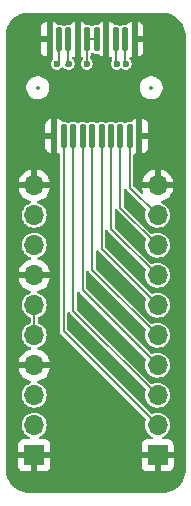
<source format=gtl>
%TF.GenerationSoftware,KiCad,Pcbnew,8.0.1*%
%TF.CreationDate,2024-05-08T00:25:35+01:00*%
%TF.ProjectId,hexpansion-breadboard-adapter,68657870-616e-4736-996f-6e2d62726561,rev?*%
%TF.SameCoordinates,Original*%
%TF.FileFunction,Copper,L1,Top*%
%TF.FilePolarity,Positive*%
%FSLAX46Y46*%
G04 Gerber Fmt 4.6, Leading zero omitted, Abs format (unit mm)*
G04 Created by KiCad (PCBNEW 8.0.1) date 2024-05-08 00:25:35*
%MOMM*%
%LPD*%
G01*
G04 APERTURE LIST*
G04 Aperture macros list*
%AMRoundRect*
0 Rectangle with rounded corners*
0 $1 Rounding radius*
0 $2 $3 $4 $5 $6 $7 $8 $9 X,Y pos of 4 corners*
0 Add a 4 corners polygon primitive as box body*
4,1,4,$2,$3,$4,$5,$6,$7,$8,$9,$2,$3,0*
0 Add four circle primitives for the rounded corners*
1,1,$1+$1,$2,$3*
1,1,$1+$1,$4,$5*
1,1,$1+$1,$6,$7*
1,1,$1+$1,$8,$9*
0 Add four rect primitives between the rounded corners*
20,1,$1+$1,$2,$3,$4,$5,0*
20,1,$1+$1,$4,$5,$6,$7,0*
20,1,$1+$1,$6,$7,$8,$9,0*
20,1,$1+$1,$8,$9,$2,$3,0*%
G04 Aperture macros list end*
%TA.AperFunction,SMDPad,CuDef*%
%ADD10RoundRect,0.125000X0.125000X-0.875000X0.125000X0.875000X-0.125000X0.875000X-0.125000X-0.875000X0*%
%TD*%
%TA.AperFunction,ComponentPad*%
%ADD11R,1.700000X1.700000*%
%TD*%
%TA.AperFunction,ComponentPad*%
%ADD12O,1.700000X1.700000*%
%TD*%
%TA.AperFunction,ViaPad*%
%ADD13C,0.600000*%
%TD*%
%TA.AperFunction,Conductor*%
%ADD14C,0.200000*%
%TD*%
%ADD15C,0.300000*%
%ADD16C,0.350000*%
G04 APERTURE END LIST*
D10*
%TO.P,J1,1,Pin_1*%
%TO.N,/GND*%
X77770950Y-61250000D03*
%TO.P,J1,2,Pin_2*%
%TO.N,/ALS1*%
X78570950Y-61250000D03*
%TO.P,J1,3,Pin_3*%
%TO.N,/ALS2*%
X79370950Y-61250000D03*
%TO.P,J1,4,Pin_4*%
%TO.N,/SDA_A*%
X80170950Y-61250000D03*
%TO.P,J1,5,Pin_5*%
%TO.N,/SCL_A*%
X80970950Y-61250000D03*
%TO.P,J1,6,Pin_6*%
%TO.N,/A_NDET*%
X81770950Y-61250000D03*
%TO.P,J1,7,Pin_7*%
%TO.N,/ALS3*%
X82570950Y-61250000D03*
%TO.P,J1,8,Pin_8*%
%TO.N,/ALS4*%
X83370950Y-61250000D03*
%TO.P,J1,9,Pin_9*%
%TO.N,/ALS5*%
X84170950Y-61250000D03*
%TO.P,J1,10,Pin_10*%
%TO.N,/GND*%
X84970950Y-61250000D03*
%TO.P,J1,11,Pin_11*%
X84570950Y-53050000D03*
%TO.P,J1,12,Pin_12*%
%TO.N,/AH1*%
X83770950Y-53050000D03*
%TO.P,J1,13,Pin_13*%
%TO.N,/AH2*%
X82970950Y-53050000D03*
%TO.P,J1,14,Pin_14*%
%TO.N,/GND*%
X82170950Y-53050000D03*
%TO.P,J1,15,Pin_15*%
%TO.N,/PORTA_3V3*%
X81370950Y-53050000D03*
%TO.P,J1,16,Pin_16*%
X80570950Y-53050000D03*
%TO.P,J1,17,Pin_17*%
%TO.N,/GND*%
X79770950Y-53050000D03*
%TO.P,J1,18,Pin_18*%
%TO.N,/AH3*%
X78970950Y-53050000D03*
%TO.P,J1,19,Pin_19*%
%TO.N,/AH4*%
X78170950Y-53050000D03*
%TO.P,J1,20,Pin_20*%
%TO.N,/GND*%
X77370950Y-53050000D03*
%TD*%
D11*
%TO.P,J3,1,Pin_1*%
%TO.N,/GND*%
X76072997Y-88264999D03*
D12*
%TO.P,J3,2,Pin_2*%
%TO.N,/AH1*%
X76072997Y-85724999D03*
%TO.P,J3,3,Pin_3*%
%TO.N,/AH2*%
X76072997Y-83184999D03*
%TO.P,J3,4,Pin_4*%
%TO.N,/GND*%
X76072997Y-80644999D03*
%TO.P,J3,5,Pin_5*%
%TO.N,/PORTA_3V3*%
X76072997Y-78104999D03*
%TO.P,J3,6,Pin_6*%
X76072997Y-75564999D03*
%TO.P,J3,7,Pin_7*%
%TO.N,/GND*%
X76072997Y-73024999D03*
%TO.P,J3,8,Pin_8*%
%TO.N,/AH3*%
X76072997Y-70484999D03*
%TO.P,J3,9,Pin_9*%
%TO.N,/AH4*%
X76072997Y-67944999D03*
%TO.P,J3,10,Pin_10*%
%TO.N,/GND*%
X76072997Y-65404999D03*
%TD*%
D11*
%TO.P,J2,1,Pin_1*%
%TO.N,/GND*%
X86514997Y-88265001D03*
D12*
%TO.P,J2,2,Pin_2*%
%TO.N,/ALS1*%
X86514997Y-85725001D03*
%TO.P,J2,3,Pin_3*%
%TO.N,/ALS2*%
X86514997Y-83185001D03*
%TO.P,J2,4,Pin_4*%
%TO.N,/SDA_A*%
X86514997Y-80645001D03*
%TO.P,J2,5,Pin_5*%
%TO.N,/SCL_A*%
X86514997Y-78105001D03*
%TO.P,J2,6,Pin_6*%
%TO.N,/A_NDET*%
X86514997Y-75565001D03*
%TO.P,J2,7,Pin_7*%
%TO.N,/ALS3*%
X86514997Y-73025001D03*
%TO.P,J2,8,Pin_8*%
%TO.N,/ALS4*%
X86514997Y-70485001D03*
%TO.P,J2,9,Pin_9*%
%TO.N,/ALS5*%
X86514997Y-67945001D03*
%TO.P,J2,10,Pin_10*%
%TO.N,/GND*%
X86514997Y-65405001D03*
%TD*%
D13*
%TO.N,/AH1*%
X83820000Y-55118000D03*
%TO.N,/AH2*%
X83058000Y-55118000D03*
%TO.N,/PORTA_3V3*%
X80518000Y-55118000D03*
%TO.N,/AH3*%
X78994000Y-55118000D03*
%TO.N,/AH4*%
X77978000Y-55118000D03*
%TD*%
D14*
%TO.N,/PORTA_3V3*%
X76072997Y-75564999D02*
X76072997Y-78104999D01*
%TO.N,/GND*%
X81535950Y-55880000D02*
X82170950Y-55245000D01*
X77370950Y-53050000D02*
X77370950Y-55480000D01*
X84970950Y-58300950D02*
X83820000Y-57150000D01*
X80645000Y-55880000D02*
X81535950Y-55880000D01*
X82170950Y-55245000D02*
X82170950Y-53050000D01*
X83820000Y-57150000D02*
X83820000Y-56515000D01*
X83820000Y-56515000D02*
X83185000Y-55880000D01*
X79375000Y-55880000D02*
X77770950Y-55880000D01*
X79770950Y-53050000D02*
X79770950Y-55484050D01*
X83185000Y-55880000D02*
X79375000Y-55880000D01*
X77370950Y-55480000D02*
X77770950Y-55880000D01*
X84570950Y-53050000D02*
X84570950Y-55764050D01*
X79770950Y-55484050D02*
X79375000Y-55880000D01*
X77770950Y-55880000D02*
X77770950Y-61250000D01*
X84970950Y-61250000D02*
X84970950Y-58300950D01*
X84455000Y-55880000D02*
X83185000Y-55880000D01*
X84570950Y-55764050D02*
X84455000Y-55880000D01*
%TO.N,/ALS1*%
X78570950Y-77780954D02*
X86514997Y-85725001D01*
X78570950Y-61250000D02*
X78570950Y-77780954D01*
%TO.N,/ALS2*%
X79370950Y-76040954D02*
X86514997Y-83185001D01*
X79370950Y-61250000D02*
X79370950Y-76040954D01*
%TO.N,/SDA_A*%
X80170950Y-74300954D02*
X86514997Y-80645001D01*
X80170950Y-61250000D02*
X80170950Y-74300954D01*
%TO.N,/SCL_A*%
X80970950Y-72560954D02*
X86514997Y-78105001D01*
X80970950Y-61250000D02*
X80970950Y-72560954D01*
%TO.N,/A_NDET*%
X81770950Y-61250000D02*
X81770950Y-70820954D01*
X81770950Y-70820954D02*
X86514997Y-75565001D01*
%TO.N,/ALS3*%
X82570950Y-61250000D02*
X82570950Y-69080954D01*
X82570950Y-69080954D02*
X86514997Y-73025001D01*
%TO.N,/ALS4*%
X83370950Y-61250000D02*
X83370950Y-61409050D01*
X83370950Y-61409050D02*
X83185000Y-61595000D01*
X83370950Y-67340954D02*
X86514997Y-70485001D01*
X83370950Y-61250000D02*
X83370950Y-67340954D01*
%TO.N,/ALS5*%
X84170950Y-61250000D02*
X84170950Y-65600954D01*
X84170950Y-65600954D02*
X86514997Y-67945001D01*
%TO.N,/AH1*%
X83770950Y-55167050D02*
X83770950Y-55195950D01*
X83820000Y-55118000D02*
X83770950Y-55167050D01*
X83770950Y-55068950D02*
X83820000Y-55118000D01*
X83770950Y-53050000D02*
X83770950Y-55068950D01*
%TO.N,/AH2*%
X82970950Y-55030950D02*
X83058000Y-55118000D01*
X82970950Y-53050000D02*
X82970950Y-55030950D01*
X83058000Y-55118000D02*
X83185000Y-55245000D01*
%TO.N,/PORTA_3V3*%
X80570950Y-53050000D02*
X81370950Y-53050000D01*
X80570950Y-55170950D02*
X80645000Y-55245000D01*
X80570950Y-53050000D02*
X80518000Y-55118000D01*
X80518000Y-55118000D02*
X80570950Y-55170950D01*
%TO.N,/AH3*%
X78970950Y-55014050D02*
X78994000Y-54991000D01*
X78970950Y-53050000D02*
X78970950Y-55014050D01*
X78994000Y-55118000D02*
X78867000Y-55118000D01*
X78994000Y-54991000D02*
X78994000Y-55118000D01*
X78867000Y-55118000D02*
X78740000Y-55245000D01*
%TO.N,/AH4*%
X78170950Y-53050000D02*
X78170950Y-55179050D01*
X78170950Y-55179050D02*
X77978000Y-55118000D01*
X78160949Y-54060000D02*
X78105000Y-54060000D01*
X78170950Y-53050000D02*
X78170950Y-54049999D01*
X78170950Y-54049999D02*
X78160949Y-54060000D01*
X77978000Y-55118000D02*
X78105000Y-55245000D01*
%TD*%
%TA.AperFunction,Conductor*%
%TO.N,/GND*%
G36*
X86998437Y-50800194D02*
G01*
X87125420Y-50807326D01*
X87140430Y-50809091D01*
X87396467Y-50855180D01*
X87413184Y-50859409D01*
X87583431Y-50915332D01*
X87659305Y-50940255D01*
X87675284Y-50946767D01*
X87907806Y-51060998D01*
X87922722Y-51069663D01*
X88137135Y-51215069D01*
X88150708Y-51225725D01*
X88342852Y-51399482D01*
X88354809Y-51411912D01*
X88520988Y-51610678D01*
X88531092Y-51624633D01*
X88668068Y-51844543D01*
X88676145Y-51859781D01*
X88781258Y-52096559D01*
X88787145Y-52112780D01*
X88858369Y-52361853D01*
X88861948Y-52378733D01*
X88898058Y-52636365D01*
X88899239Y-52651433D01*
X88901478Y-52780934D01*
X88901497Y-52783083D01*
X88900000Y-89533912D01*
X88899980Y-89536119D01*
X88897711Y-89663315D01*
X88896469Y-89678750D01*
X88860103Y-89931677D01*
X88856342Y-89948964D01*
X88784667Y-90193070D01*
X88778484Y-90209648D01*
X88672798Y-90441066D01*
X88664320Y-90456593D01*
X88526774Y-90670620D01*
X88516171Y-90684784D01*
X88349566Y-90877056D01*
X88337056Y-90889566D01*
X88144784Y-91056171D01*
X88130620Y-91066774D01*
X87916593Y-91204320D01*
X87901066Y-91212798D01*
X87669648Y-91318484D01*
X87653070Y-91324667D01*
X87408964Y-91396342D01*
X87391677Y-91400103D01*
X87138750Y-91436469D01*
X87123315Y-91437711D01*
X86999693Y-91439916D01*
X86996120Y-91439980D01*
X86993910Y-91440000D01*
X75643082Y-91440000D01*
X75640979Y-91439982D01*
X75635048Y-91439881D01*
X75508260Y-91437729D01*
X75492720Y-91436485D01*
X75228941Y-91398564D01*
X75211652Y-91394803D01*
X74956962Y-91320022D01*
X74940386Y-91313840D01*
X74733543Y-91219381D01*
X74698938Y-91203578D01*
X74683411Y-91195100D01*
X74460110Y-91051594D01*
X74445946Y-91040991D01*
X74245343Y-90867168D01*
X74232833Y-90854658D01*
X74059009Y-90654054D01*
X74048407Y-90639890D01*
X73904901Y-90416590D01*
X73896424Y-90401068D01*
X73786160Y-90159615D01*
X73779977Y-90143039D01*
X73722994Y-89948964D01*
X73705194Y-89888341D01*
X73701436Y-89871059D01*
X73673789Y-89678750D01*
X73663513Y-89607274D01*
X73662270Y-89591740D01*
X73661703Y-89558353D01*
X73660018Y-89459023D01*
X73660000Y-89456919D01*
X73660000Y-89162843D01*
X74722997Y-89162843D01*
X74729398Y-89222371D01*
X74729400Y-89222378D01*
X74779642Y-89357085D01*
X74779646Y-89357092D01*
X74865806Y-89472186D01*
X74865809Y-89472189D01*
X74980903Y-89558349D01*
X74980910Y-89558353D01*
X75115617Y-89608595D01*
X75115624Y-89608597D01*
X75175152Y-89614998D01*
X75175169Y-89614999D01*
X75822997Y-89614999D01*
X75822997Y-88698011D01*
X75880004Y-88730924D01*
X76007171Y-88764999D01*
X76138823Y-88764999D01*
X76265990Y-88730924D01*
X76322997Y-88698011D01*
X76322997Y-89614999D01*
X76970825Y-89614999D01*
X76970841Y-89614998D01*
X77030369Y-89608597D01*
X77030376Y-89608595D01*
X77165083Y-89558353D01*
X77165090Y-89558349D01*
X77280184Y-89472189D01*
X77280187Y-89472186D01*
X77366347Y-89357092D01*
X77366351Y-89357085D01*
X77416593Y-89222378D01*
X77416595Y-89222371D01*
X77422996Y-89162843D01*
X77422997Y-89162826D01*
X77422997Y-88514999D01*
X76506009Y-88514999D01*
X76538922Y-88457992D01*
X76572997Y-88330825D01*
X76572997Y-88199173D01*
X76538922Y-88072006D01*
X76506009Y-88014999D01*
X77422997Y-88014999D01*
X77422997Y-87367171D01*
X77422996Y-87367154D01*
X77416595Y-87307626D01*
X77416593Y-87307619D01*
X77366351Y-87172912D01*
X77366347Y-87172905D01*
X77280187Y-87057811D01*
X77280184Y-87057808D01*
X77165090Y-86971648D01*
X77165083Y-86971644D01*
X77030376Y-86921402D01*
X77030369Y-86921400D01*
X76970841Y-86914999D01*
X76570184Y-86914999D01*
X76503145Y-86895314D01*
X76457390Y-86842510D01*
X76447446Y-86773352D01*
X76476471Y-86709796D01*
X76511730Y-86681641D01*
X76659447Y-86602684D01*
X76819407Y-86471409D01*
X76950682Y-86311449D01*
X77048229Y-86128953D01*
X77108297Y-85930933D01*
X77128580Y-85724999D01*
X77108297Y-85519065D01*
X77048229Y-85321045D01*
X76950682Y-85138549D01*
X76819409Y-84978591D01*
X76819407Y-84978588D01*
X76701674Y-84881968D01*
X76659447Y-84847314D01*
X76489551Y-84756501D01*
X76476953Y-84749768D01*
X76476952Y-84749767D01*
X76476951Y-84749767D01*
X76278931Y-84689699D01*
X76278929Y-84689698D01*
X76278931Y-84689698D01*
X76072997Y-84669416D01*
X75867064Y-84689698D01*
X75669040Y-84749768D01*
X75628157Y-84771621D01*
X75486547Y-84847314D01*
X75486545Y-84847315D01*
X75486544Y-84847316D01*
X75326586Y-84978588D01*
X75195314Y-85138546D01*
X75195312Y-85138549D01*
X75156640Y-85210897D01*
X75097766Y-85321042D01*
X75037696Y-85519066D01*
X75017414Y-85724999D01*
X75037696Y-85930931D01*
X75067731Y-86029943D01*
X75097765Y-86128953D01*
X75195312Y-86311449D01*
X75229966Y-86353676D01*
X75326586Y-86471409D01*
X75423206Y-86550701D01*
X75486547Y-86602684D01*
X75634264Y-86681641D01*
X75684108Y-86730604D01*
X75699568Y-86798742D01*
X75675736Y-86864421D01*
X75620178Y-86906790D01*
X75575810Y-86914999D01*
X75175152Y-86914999D01*
X75115624Y-86921400D01*
X75115617Y-86921402D01*
X74980910Y-86971644D01*
X74980903Y-86971648D01*
X74865809Y-87057808D01*
X74865806Y-87057811D01*
X74779646Y-87172905D01*
X74779642Y-87172912D01*
X74729400Y-87307619D01*
X74729398Y-87307626D01*
X74722997Y-87367154D01*
X74722997Y-88014999D01*
X75639985Y-88014999D01*
X75607072Y-88072006D01*
X75572997Y-88199173D01*
X75572997Y-88330825D01*
X75607072Y-88457992D01*
X75639985Y-88514999D01*
X74722997Y-88514999D01*
X74722997Y-89162843D01*
X73660000Y-89162843D01*
X73660000Y-80894999D01*
X74742361Y-80894999D01*
X74799564Y-81108485D01*
X74799567Y-81108491D01*
X74899396Y-81322577D01*
X75034891Y-81516081D01*
X75201914Y-81683104D01*
X75395418Y-81818599D01*
X75609504Y-81918428D01*
X75609513Y-81918432D01*
X75731646Y-81951157D01*
X75791307Y-81987522D01*
X75821836Y-82050368D01*
X75813542Y-82119744D01*
X75769056Y-82173622D01*
X75735549Y-82189592D01*
X75669043Y-82209766D01*
X75538355Y-82279621D01*
X75486547Y-82307314D01*
X75486545Y-82307315D01*
X75486544Y-82307316D01*
X75326586Y-82438588D01*
X75195314Y-82598546D01*
X75195312Y-82598549D01*
X75156640Y-82670897D01*
X75097766Y-82781042D01*
X75037696Y-82979066D01*
X75017414Y-83184999D01*
X75037696Y-83390931D01*
X75067731Y-83489943D01*
X75097765Y-83588953D01*
X75195312Y-83771449D01*
X75229966Y-83813676D01*
X75326586Y-83931409D01*
X75423206Y-84010701D01*
X75486547Y-84062684D01*
X75669043Y-84160231D01*
X75867063Y-84220299D01*
X75867062Y-84220299D01*
X75885526Y-84222117D01*
X76072997Y-84240582D01*
X76278931Y-84220299D01*
X76476951Y-84160231D01*
X76659447Y-84062684D01*
X76819407Y-83931409D01*
X76950682Y-83771449D01*
X77048229Y-83588953D01*
X77108297Y-83390933D01*
X77128580Y-83184999D01*
X77108297Y-82979065D01*
X77048229Y-82781045D01*
X76950682Y-82598549D01*
X76819409Y-82438591D01*
X76819407Y-82438588D01*
X76701674Y-82341968D01*
X76659447Y-82307314D01*
X76489551Y-82216501D01*
X76476953Y-82209768D01*
X76476952Y-82209767D01*
X76476951Y-82209767D01*
X76410444Y-82189592D01*
X76352006Y-82151295D01*
X76323550Y-82087483D01*
X76334110Y-82018416D01*
X76380334Y-81966022D01*
X76414347Y-81951157D01*
X76536480Y-81918432D01*
X76536489Y-81918428D01*
X76750575Y-81818599D01*
X76944079Y-81683104D01*
X77111102Y-81516081D01*
X77246597Y-81322577D01*
X77346426Y-81108491D01*
X77346429Y-81108485D01*
X77403633Y-80894999D01*
X76506009Y-80894999D01*
X76538922Y-80837992D01*
X76572997Y-80710825D01*
X76572997Y-80579173D01*
X76538922Y-80452006D01*
X76506009Y-80394999D01*
X77403633Y-80394999D01*
X77403632Y-80394998D01*
X77346429Y-80181512D01*
X77346426Y-80181506D01*
X77246597Y-79967421D01*
X77246596Y-79967419D01*
X77111110Y-79773925D01*
X77111105Y-79773919D01*
X76944079Y-79606893D01*
X76750575Y-79471398D01*
X76536489Y-79371569D01*
X76536483Y-79371566D01*
X76414346Y-79338840D01*
X76354686Y-79302475D01*
X76324157Y-79239628D01*
X76332452Y-79170252D01*
X76376937Y-79116374D01*
X76410441Y-79100406D01*
X76476951Y-79080231D01*
X76659447Y-78982684D01*
X76819407Y-78851409D01*
X76950682Y-78691449D01*
X77048229Y-78508953D01*
X77108297Y-78310933D01*
X77128580Y-78104999D01*
X77108297Y-77899065D01*
X77048229Y-77701045D01*
X76950682Y-77518549D01*
X76819409Y-77358591D01*
X76819407Y-77358588D01*
X76701674Y-77261968D01*
X76659447Y-77227314D01*
X76491198Y-77137382D01*
X76476950Y-77129766D01*
X76461501Y-77125080D01*
X76403063Y-77086783D01*
X76374606Y-77022970D01*
X76373497Y-77006420D01*
X76373497Y-76663577D01*
X76393182Y-76596538D01*
X76445986Y-76550783D01*
X76461485Y-76544922D01*
X76476951Y-76540231D01*
X76659447Y-76442684D01*
X76819407Y-76311409D01*
X76950682Y-76151449D01*
X77048229Y-75968953D01*
X77108297Y-75770933D01*
X77128580Y-75564999D01*
X77108297Y-75359065D01*
X77048229Y-75161045D01*
X76950682Y-74978549D01*
X76819409Y-74818591D01*
X76819407Y-74818588D01*
X76701674Y-74721968D01*
X76659447Y-74687314D01*
X76489551Y-74596501D01*
X76476953Y-74589768D01*
X76476952Y-74589767D01*
X76476951Y-74589767D01*
X76410444Y-74569592D01*
X76352006Y-74531295D01*
X76323550Y-74467483D01*
X76334110Y-74398416D01*
X76380334Y-74346022D01*
X76414347Y-74331157D01*
X76536480Y-74298432D01*
X76536489Y-74298428D01*
X76750575Y-74198599D01*
X76944079Y-74063104D01*
X77111102Y-73896081D01*
X77246597Y-73702577D01*
X77346426Y-73488491D01*
X77346429Y-73488485D01*
X77403633Y-73274999D01*
X76506009Y-73274999D01*
X76538922Y-73217992D01*
X76572997Y-73090825D01*
X76572997Y-72959173D01*
X76538922Y-72832006D01*
X76506009Y-72774999D01*
X77403633Y-72774999D01*
X77403632Y-72774998D01*
X77346429Y-72561512D01*
X77346426Y-72561506D01*
X77246597Y-72347421D01*
X77246596Y-72347419D01*
X77111110Y-72153925D01*
X77111105Y-72153919D01*
X76944079Y-71986893D01*
X76750575Y-71851398D01*
X76536489Y-71751569D01*
X76536483Y-71751566D01*
X76414346Y-71718840D01*
X76354686Y-71682475D01*
X76324157Y-71619628D01*
X76332452Y-71550252D01*
X76376937Y-71496374D01*
X76410441Y-71480406D01*
X76476951Y-71460231D01*
X76659447Y-71362684D01*
X76819407Y-71231409D01*
X76950682Y-71071449D01*
X77048229Y-70888953D01*
X77108297Y-70690933D01*
X77128580Y-70484999D01*
X77108297Y-70279065D01*
X77048229Y-70081045D01*
X76950682Y-69898549D01*
X76819409Y-69738591D01*
X76819407Y-69738588D01*
X76701674Y-69641968D01*
X76659447Y-69607314D01*
X76489551Y-69516501D01*
X76476953Y-69509768D01*
X76476952Y-69509767D01*
X76476951Y-69509767D01*
X76278931Y-69449699D01*
X76278929Y-69449698D01*
X76278931Y-69449698D01*
X76072997Y-69429416D01*
X75867064Y-69449698D01*
X75669040Y-69509768D01*
X75628157Y-69531621D01*
X75486547Y-69607314D01*
X75486545Y-69607315D01*
X75486544Y-69607316D01*
X75326586Y-69738588D01*
X75195314Y-69898546D01*
X75195312Y-69898549D01*
X75156640Y-69970897D01*
X75097766Y-70081042D01*
X75037696Y-70279066D01*
X75017414Y-70484999D01*
X75037696Y-70690931D01*
X75067731Y-70789943D01*
X75097765Y-70888953D01*
X75195312Y-71071449D01*
X75229966Y-71113676D01*
X75326586Y-71231409D01*
X75423206Y-71310701D01*
X75486547Y-71362684D01*
X75669043Y-71460231D01*
X75735548Y-71480404D01*
X75793986Y-71518701D01*
X75822443Y-71582513D01*
X75811884Y-71651580D01*
X75765660Y-71703974D01*
X75731647Y-71718840D01*
X75609511Y-71751566D01*
X75609504Y-71751569D01*
X75395419Y-71851398D01*
X75395417Y-71851399D01*
X75201923Y-71986885D01*
X75201917Y-71986890D01*
X75034888Y-72153919D01*
X75034883Y-72153925D01*
X74899397Y-72347419D01*
X74899396Y-72347421D01*
X74799567Y-72561506D01*
X74799564Y-72561512D01*
X74742361Y-72774998D01*
X74742361Y-72774999D01*
X75639985Y-72774999D01*
X75607072Y-72832006D01*
X75572997Y-72959173D01*
X75572997Y-73090825D01*
X75607072Y-73217992D01*
X75639985Y-73274999D01*
X74742361Y-73274999D01*
X74799564Y-73488485D01*
X74799567Y-73488491D01*
X74899396Y-73702577D01*
X75034891Y-73896081D01*
X75201914Y-74063104D01*
X75395418Y-74198599D01*
X75609504Y-74298428D01*
X75609513Y-74298432D01*
X75731646Y-74331157D01*
X75791307Y-74367522D01*
X75821836Y-74430368D01*
X75813542Y-74499744D01*
X75769056Y-74553622D01*
X75735549Y-74569592D01*
X75669043Y-74589766D01*
X75538355Y-74659621D01*
X75486547Y-74687314D01*
X75486545Y-74687315D01*
X75486544Y-74687316D01*
X75326586Y-74818588D01*
X75195314Y-74978546D01*
X75195312Y-74978549D01*
X75156640Y-75050897D01*
X75097766Y-75161042D01*
X75037696Y-75359066D01*
X75017414Y-75564999D01*
X75037696Y-75770931D01*
X75066268Y-75865121D01*
X75097765Y-75968953D01*
X75195312Y-76151449D01*
X75199821Y-76156943D01*
X75326586Y-76311409D01*
X75423206Y-76390701D01*
X75486547Y-76442684D01*
X75669043Y-76540231D01*
X75684493Y-76544917D01*
X75742929Y-76583211D01*
X75771387Y-76647023D01*
X75772497Y-76663577D01*
X75772497Y-77006420D01*
X75752812Y-77073459D01*
X75700008Y-77119214D01*
X75684493Y-77125080D01*
X75669043Y-77129766D01*
X75538355Y-77199621D01*
X75486547Y-77227314D01*
X75486545Y-77227315D01*
X75486544Y-77227316D01*
X75326586Y-77358588D01*
X75195314Y-77518546D01*
X75195312Y-77518549D01*
X75156640Y-77590897D01*
X75097766Y-77701042D01*
X75037696Y-77899066D01*
X75017414Y-78104999D01*
X75037696Y-78310931D01*
X75067731Y-78409943D01*
X75097765Y-78508953D01*
X75195312Y-78691449D01*
X75229966Y-78733676D01*
X75326586Y-78851409D01*
X75423206Y-78930701D01*
X75486547Y-78982684D01*
X75669043Y-79080231D01*
X75735548Y-79100404D01*
X75793986Y-79138701D01*
X75822443Y-79202513D01*
X75811884Y-79271580D01*
X75765660Y-79323974D01*
X75731647Y-79338840D01*
X75609511Y-79371566D01*
X75609504Y-79371569D01*
X75395419Y-79471398D01*
X75395417Y-79471399D01*
X75201923Y-79606885D01*
X75201917Y-79606890D01*
X75034888Y-79773919D01*
X75034883Y-79773925D01*
X74899397Y-79967419D01*
X74899396Y-79967421D01*
X74799567Y-80181506D01*
X74799564Y-80181512D01*
X74742361Y-80394998D01*
X74742361Y-80394999D01*
X75639985Y-80394999D01*
X75607072Y-80452006D01*
X75572997Y-80579173D01*
X75572997Y-80710825D01*
X75607072Y-80837992D01*
X75639985Y-80894999D01*
X74742361Y-80894999D01*
X73660000Y-80894999D01*
X73660000Y-65654999D01*
X74742361Y-65654999D01*
X74799564Y-65868485D01*
X74799567Y-65868491D01*
X74899396Y-66082577D01*
X75034891Y-66276081D01*
X75201914Y-66443104D01*
X75395418Y-66578599D01*
X75609504Y-66678428D01*
X75609513Y-66678432D01*
X75731646Y-66711157D01*
X75791307Y-66747522D01*
X75821836Y-66810368D01*
X75813542Y-66879744D01*
X75769056Y-66933622D01*
X75735549Y-66949592D01*
X75669043Y-66969766D01*
X75538355Y-67039621D01*
X75486547Y-67067314D01*
X75486545Y-67067315D01*
X75486544Y-67067316D01*
X75326586Y-67198588D01*
X75195314Y-67358546D01*
X75195312Y-67358549D01*
X75164160Y-67416830D01*
X75097766Y-67541042D01*
X75037696Y-67739066D01*
X75017414Y-67944999D01*
X75037696Y-68150931D01*
X75067731Y-68249943D01*
X75097765Y-68348953D01*
X75195312Y-68531449D01*
X75229966Y-68573676D01*
X75326586Y-68691409D01*
X75423206Y-68770701D01*
X75486547Y-68822684D01*
X75669043Y-68920231D01*
X75867063Y-68980299D01*
X75867062Y-68980299D01*
X75885526Y-68982117D01*
X76072997Y-69000582D01*
X76278931Y-68980299D01*
X76476951Y-68920231D01*
X76659447Y-68822684D01*
X76819407Y-68691409D01*
X76950682Y-68531449D01*
X77048229Y-68348953D01*
X77108297Y-68150933D01*
X77128580Y-67944999D01*
X77108297Y-67739065D01*
X77048229Y-67541045D01*
X76950682Y-67358549D01*
X76898699Y-67295208D01*
X76819407Y-67198588D01*
X76701674Y-67101968D01*
X76659447Y-67067314D01*
X76476951Y-66969767D01*
X76410444Y-66949592D01*
X76352006Y-66911295D01*
X76323550Y-66847483D01*
X76334110Y-66778416D01*
X76380334Y-66726022D01*
X76414347Y-66711157D01*
X76536480Y-66678432D01*
X76536489Y-66678428D01*
X76750575Y-66578599D01*
X76944079Y-66443104D01*
X77111102Y-66276081D01*
X77246597Y-66082577D01*
X77346426Y-65868491D01*
X77346429Y-65868485D01*
X77403633Y-65654999D01*
X76506009Y-65654999D01*
X76538922Y-65597992D01*
X76572997Y-65470825D01*
X76572997Y-65339173D01*
X76538922Y-65212006D01*
X76506009Y-65154999D01*
X77403633Y-65154999D01*
X77403632Y-65154998D01*
X77346429Y-64941512D01*
X77346426Y-64941506D01*
X77246597Y-64727421D01*
X77246596Y-64727419D01*
X77111110Y-64533925D01*
X77111105Y-64533919D01*
X76944079Y-64366893D01*
X76750575Y-64231398D01*
X76536489Y-64131569D01*
X76536483Y-64131566D01*
X76322997Y-64074363D01*
X76322997Y-64971987D01*
X76265990Y-64939074D01*
X76138823Y-64904999D01*
X76007171Y-64904999D01*
X75880004Y-64939074D01*
X75822997Y-64971987D01*
X75822997Y-64074363D01*
X75822996Y-64074363D01*
X75609510Y-64131566D01*
X75609504Y-64131569D01*
X75395419Y-64231398D01*
X75395417Y-64231399D01*
X75201923Y-64366885D01*
X75201917Y-64366890D01*
X75034888Y-64533919D01*
X75034883Y-64533925D01*
X74899397Y-64727419D01*
X74899396Y-64727421D01*
X74799567Y-64941506D01*
X74799564Y-64941512D01*
X74742361Y-65154998D01*
X74742361Y-65154999D01*
X75639985Y-65154999D01*
X75607072Y-65212006D01*
X75572997Y-65339173D01*
X75572997Y-65470825D01*
X75607072Y-65597992D01*
X75639985Y-65654999D01*
X74742361Y-65654999D01*
X73660000Y-65654999D01*
X73660000Y-61500000D01*
X77020950Y-61500000D01*
X77020950Y-62188118D01*
X77023738Y-62223547D01*
X77023739Y-62223553D01*
X77067793Y-62375185D01*
X77067794Y-62375188D01*
X77148176Y-62511108D01*
X77148182Y-62511116D01*
X77259833Y-62622767D01*
X77259841Y-62622773D01*
X77395758Y-62703154D01*
X77395764Y-62703156D01*
X77520949Y-62739525D01*
X77520950Y-62739525D01*
X77520950Y-62739524D01*
X78020950Y-62739524D01*
X78111855Y-62713115D01*
X78181725Y-62713315D01*
X78240395Y-62751257D01*
X78269238Y-62814896D01*
X78270450Y-62832192D01*
X78270450Y-77820516D01*
X78290929Y-77896943D01*
X78290930Y-77896945D01*
X78293074Y-77900657D01*
X78293078Y-77900675D01*
X78293083Y-77900673D01*
X78330489Y-77965463D01*
X78330491Y-77965466D01*
X85525698Y-85160673D01*
X85559183Y-85221996D01*
X85554199Y-85291688D01*
X85547378Y-85306801D01*
X85539767Y-85321040D01*
X85479696Y-85519068D01*
X85459414Y-85725001D01*
X85479696Y-85930933D01*
X85479697Y-85930935D01*
X85539765Y-86128955D01*
X85637312Y-86311451D01*
X85637314Y-86311453D01*
X85768586Y-86471411D01*
X85865206Y-86550703D01*
X85928547Y-86602686D01*
X86076260Y-86681641D01*
X86076264Y-86681643D01*
X86126108Y-86730606D01*
X86141568Y-86798744D01*
X86117736Y-86864423D01*
X86062178Y-86906792D01*
X86017810Y-86915001D01*
X85617152Y-86915001D01*
X85557624Y-86921402D01*
X85557617Y-86921404D01*
X85422910Y-86971646D01*
X85422903Y-86971650D01*
X85307809Y-87057810D01*
X85307806Y-87057813D01*
X85221646Y-87172907D01*
X85221642Y-87172914D01*
X85171400Y-87307621D01*
X85171398Y-87307628D01*
X85164997Y-87367156D01*
X85164997Y-88015001D01*
X86081985Y-88015001D01*
X86049072Y-88072008D01*
X86014997Y-88199175D01*
X86014997Y-88330827D01*
X86049072Y-88457994D01*
X86081985Y-88515001D01*
X85164997Y-88515001D01*
X85164997Y-89162845D01*
X85171398Y-89222373D01*
X85171400Y-89222380D01*
X85221642Y-89357087D01*
X85221646Y-89357094D01*
X85307806Y-89472188D01*
X85307809Y-89472191D01*
X85422903Y-89558351D01*
X85422910Y-89558355D01*
X85557617Y-89608597D01*
X85557624Y-89608599D01*
X85617152Y-89615000D01*
X85617169Y-89615001D01*
X86264997Y-89615001D01*
X86264997Y-88698013D01*
X86322004Y-88730926D01*
X86449171Y-88765001D01*
X86580823Y-88765001D01*
X86707990Y-88730926D01*
X86764997Y-88698013D01*
X86764997Y-89615001D01*
X87412825Y-89615001D01*
X87412841Y-89615000D01*
X87472369Y-89608599D01*
X87472376Y-89608597D01*
X87607083Y-89558355D01*
X87607090Y-89558351D01*
X87722184Y-89472191D01*
X87722187Y-89472188D01*
X87808347Y-89357094D01*
X87808351Y-89357087D01*
X87858593Y-89222380D01*
X87858595Y-89222373D01*
X87864996Y-89162845D01*
X87864997Y-89162828D01*
X87864997Y-88515001D01*
X86948009Y-88515001D01*
X86980922Y-88457994D01*
X87014997Y-88330827D01*
X87014997Y-88199175D01*
X86980922Y-88072008D01*
X86948009Y-88015001D01*
X87864997Y-88015001D01*
X87864997Y-87367173D01*
X87864996Y-87367156D01*
X87858595Y-87307628D01*
X87858593Y-87307621D01*
X87808351Y-87172914D01*
X87808347Y-87172907D01*
X87722187Y-87057813D01*
X87722184Y-87057810D01*
X87607090Y-86971650D01*
X87607083Y-86971646D01*
X87472376Y-86921404D01*
X87472369Y-86921402D01*
X87412841Y-86915001D01*
X87012184Y-86915001D01*
X86945145Y-86895316D01*
X86899390Y-86842512D01*
X86889446Y-86773354D01*
X86918471Y-86709798D01*
X86953730Y-86681643D01*
X86953734Y-86681641D01*
X87101447Y-86602686D01*
X87261407Y-86471411D01*
X87392682Y-86311451D01*
X87490229Y-86128955D01*
X87550297Y-85930935D01*
X87570580Y-85725001D01*
X87550297Y-85519067D01*
X87490229Y-85321047D01*
X87392682Y-85138551D01*
X87340699Y-85075210D01*
X87261407Y-84978590D01*
X87101449Y-84847318D01*
X87101450Y-84847318D01*
X87101447Y-84847316D01*
X86918951Y-84749769D01*
X86720931Y-84689701D01*
X86720929Y-84689700D01*
X86720931Y-84689700D01*
X86514997Y-84669418D01*
X86309064Y-84689700D01*
X86111036Y-84749771D01*
X86096797Y-84757382D01*
X86028394Y-84771621D01*
X85963151Y-84746617D01*
X85950669Y-84735702D01*
X78907769Y-77692802D01*
X78874284Y-77631479D01*
X78871450Y-77605121D01*
X78871450Y-76239567D01*
X78891135Y-76172528D01*
X78943939Y-76126773D01*
X79013097Y-76116829D01*
X79076653Y-76145854D01*
X79102838Y-76177569D01*
X79107575Y-76185774D01*
X79130489Y-76225464D01*
X85525698Y-82620673D01*
X85559183Y-82681996D01*
X85554199Y-82751688D01*
X85547378Y-82766801D01*
X85539767Y-82781040D01*
X85479696Y-82979068D01*
X85459414Y-83185001D01*
X85479696Y-83390933D01*
X85479697Y-83390935D01*
X85539765Y-83588955D01*
X85637312Y-83771451D01*
X85637314Y-83771453D01*
X85768586Y-83931411D01*
X85865206Y-84010703D01*
X85928547Y-84062686D01*
X86111043Y-84160233D01*
X86309063Y-84220301D01*
X86309062Y-84220301D01*
X86327526Y-84222119D01*
X86514997Y-84240584D01*
X86720931Y-84220301D01*
X86918951Y-84160233D01*
X87101447Y-84062686D01*
X87261407Y-83931411D01*
X87392682Y-83771451D01*
X87490229Y-83588955D01*
X87550297Y-83390935D01*
X87570580Y-83185001D01*
X87550297Y-82979067D01*
X87490229Y-82781047D01*
X87392682Y-82598551D01*
X87340699Y-82535210D01*
X87261407Y-82438590D01*
X87101449Y-82307318D01*
X87101450Y-82307318D01*
X87101447Y-82307316D01*
X86918951Y-82209769D01*
X86720931Y-82149701D01*
X86720929Y-82149700D01*
X86720931Y-82149700D01*
X86514997Y-82129418D01*
X86309064Y-82149700D01*
X86111036Y-82209771D01*
X86096797Y-82217382D01*
X86028394Y-82231621D01*
X85963151Y-82206617D01*
X85950669Y-82195702D01*
X79707769Y-75952802D01*
X79674284Y-75891479D01*
X79671450Y-75865121D01*
X79671450Y-74499568D01*
X79691135Y-74432529D01*
X79743939Y-74386774D01*
X79813097Y-74376830D01*
X79876653Y-74405855D01*
X79902835Y-74437566D01*
X79919408Y-74466271D01*
X79930489Y-74485464D01*
X85525698Y-80080673D01*
X85559183Y-80141996D01*
X85554199Y-80211688D01*
X85547378Y-80226801D01*
X85539767Y-80241040D01*
X85479696Y-80439068D01*
X85459414Y-80645001D01*
X85479696Y-80850933D01*
X85509731Y-80949945D01*
X85539765Y-81048955D01*
X85637312Y-81231451D01*
X85637314Y-81231453D01*
X85768586Y-81391411D01*
X85865206Y-81470703D01*
X85928547Y-81522686D01*
X86111043Y-81620233D01*
X86309063Y-81680301D01*
X86309062Y-81680301D01*
X86327526Y-81682119D01*
X86514997Y-81700584D01*
X86720931Y-81680301D01*
X86918951Y-81620233D01*
X87101447Y-81522686D01*
X87261407Y-81391411D01*
X87392682Y-81231451D01*
X87490229Y-81048955D01*
X87550297Y-80850935D01*
X87570580Y-80645001D01*
X87550297Y-80439067D01*
X87490229Y-80241047D01*
X87392682Y-80058551D01*
X87317894Y-79967421D01*
X87261407Y-79898590D01*
X87109500Y-79773925D01*
X87101447Y-79767316D01*
X86918951Y-79669769D01*
X86720931Y-79609701D01*
X86720929Y-79609700D01*
X86720931Y-79609700D01*
X86514997Y-79589418D01*
X86309064Y-79609700D01*
X86111036Y-79669771D01*
X86096797Y-79677382D01*
X86028394Y-79691621D01*
X85963151Y-79666617D01*
X85950669Y-79655702D01*
X80507769Y-74212802D01*
X80474284Y-74151479D01*
X80471450Y-74125121D01*
X80471450Y-72759568D01*
X80491135Y-72692529D01*
X80543939Y-72646774D01*
X80613097Y-72636830D01*
X80676653Y-72665855D01*
X80702835Y-72697566D01*
X80714629Y-72717992D01*
X80730489Y-72745464D01*
X85525698Y-77540673D01*
X85559183Y-77601996D01*
X85554199Y-77671688D01*
X85547378Y-77686801D01*
X85539767Y-77701040D01*
X85479696Y-77899068D01*
X85459414Y-78105001D01*
X85479696Y-78310933D01*
X85479697Y-78310935D01*
X85539765Y-78508955D01*
X85637312Y-78691451D01*
X85637314Y-78691453D01*
X85768586Y-78851411D01*
X85865206Y-78930703D01*
X85928547Y-78982686D01*
X86111043Y-79080233D01*
X86309063Y-79140301D01*
X86309062Y-79140301D01*
X86327526Y-79142119D01*
X86514997Y-79160584D01*
X86720931Y-79140301D01*
X86918951Y-79080233D01*
X87101447Y-78982686D01*
X87261407Y-78851411D01*
X87392682Y-78691451D01*
X87490229Y-78508955D01*
X87550297Y-78310935D01*
X87570580Y-78105001D01*
X87550297Y-77899067D01*
X87490229Y-77701047D01*
X87392682Y-77518551D01*
X87340699Y-77455210D01*
X87261407Y-77358590D01*
X87101449Y-77227318D01*
X87101450Y-77227318D01*
X87101447Y-77227316D01*
X86918951Y-77129769D01*
X86720931Y-77069701D01*
X86720929Y-77069700D01*
X86720931Y-77069700D01*
X86514997Y-77049418D01*
X86309064Y-77069700D01*
X86111036Y-77129771D01*
X86096797Y-77137382D01*
X86028394Y-77151621D01*
X85963151Y-77126617D01*
X85950669Y-77115702D01*
X81307769Y-72472802D01*
X81274284Y-72411479D01*
X81271450Y-72385121D01*
X81271450Y-71019568D01*
X81291135Y-70952529D01*
X81343939Y-70906774D01*
X81413097Y-70896830D01*
X81476653Y-70925855D01*
X81502835Y-70957566D01*
X81519408Y-70986271D01*
X81530489Y-71005464D01*
X85525698Y-75000673D01*
X85559183Y-75061996D01*
X85554199Y-75131688D01*
X85547378Y-75146801D01*
X85539767Y-75161040D01*
X85479696Y-75359068D01*
X85459414Y-75565001D01*
X85479696Y-75770933D01*
X85479697Y-75770935D01*
X85539765Y-75968955D01*
X85637312Y-76151451D01*
X85658746Y-76177569D01*
X85768586Y-76311411D01*
X85865206Y-76390703D01*
X85928547Y-76442686D01*
X86111043Y-76540233D01*
X86309063Y-76600301D01*
X86309062Y-76600301D01*
X86327526Y-76602119D01*
X86514997Y-76620584D01*
X86720931Y-76600301D01*
X86918951Y-76540233D01*
X87101447Y-76442686D01*
X87261407Y-76311411D01*
X87392682Y-76151451D01*
X87490229Y-75968955D01*
X87550297Y-75770935D01*
X87570580Y-75565001D01*
X87550297Y-75359067D01*
X87490229Y-75161047D01*
X87392682Y-74978551D01*
X87340699Y-74915210D01*
X87261407Y-74818590D01*
X87101449Y-74687318D01*
X87101450Y-74687318D01*
X87101447Y-74687316D01*
X86918951Y-74589769D01*
X86720931Y-74529701D01*
X86720929Y-74529700D01*
X86720931Y-74529700D01*
X86514997Y-74509418D01*
X86309064Y-74529700D01*
X86111036Y-74589771D01*
X86096797Y-74597382D01*
X86028394Y-74611621D01*
X85963151Y-74586617D01*
X85950669Y-74575702D01*
X82107769Y-70732802D01*
X82074284Y-70671479D01*
X82071450Y-70645121D01*
X82071450Y-69279568D01*
X82091135Y-69212529D01*
X82143939Y-69166774D01*
X82213097Y-69156830D01*
X82276653Y-69185855D01*
X82302835Y-69217566D01*
X82319408Y-69246271D01*
X82330489Y-69265464D01*
X85525698Y-72460673D01*
X85559183Y-72521996D01*
X85554199Y-72591688D01*
X85547378Y-72606801D01*
X85539767Y-72621040D01*
X85479696Y-72819068D01*
X85459414Y-73025001D01*
X85479696Y-73230933D01*
X85509731Y-73329945D01*
X85539765Y-73428955D01*
X85637312Y-73611451D01*
X85637314Y-73611453D01*
X85768586Y-73771411D01*
X85865206Y-73850703D01*
X85928547Y-73902686D01*
X86111043Y-74000233D01*
X86309063Y-74060301D01*
X86309062Y-74060301D01*
X86327526Y-74062119D01*
X86514997Y-74080584D01*
X86720931Y-74060301D01*
X86918951Y-74000233D01*
X87101447Y-73902686D01*
X87261407Y-73771411D01*
X87392682Y-73611451D01*
X87490229Y-73428955D01*
X87550297Y-73230935D01*
X87570580Y-73025001D01*
X87550297Y-72819067D01*
X87490229Y-72621047D01*
X87392682Y-72438551D01*
X87317894Y-72347421D01*
X87261407Y-72278590D01*
X87109500Y-72153925D01*
X87101447Y-72147316D01*
X86918951Y-72049769D01*
X86720931Y-71989701D01*
X86720929Y-71989700D01*
X86720931Y-71989700D01*
X86514997Y-71969418D01*
X86309064Y-71989700D01*
X86111036Y-72049771D01*
X86096797Y-72057382D01*
X86028394Y-72071621D01*
X85963151Y-72046617D01*
X85950669Y-72035702D01*
X82907769Y-68992802D01*
X82874284Y-68931479D01*
X82871450Y-68905121D01*
X82871450Y-67539568D01*
X82891135Y-67472529D01*
X82943939Y-67426774D01*
X83013097Y-67416830D01*
X83076653Y-67445855D01*
X83102835Y-67477566D01*
X83114897Y-67498457D01*
X83114898Y-67498458D01*
X83130489Y-67525464D01*
X85525698Y-69920673D01*
X85559183Y-69981996D01*
X85554199Y-70051688D01*
X85547378Y-70066801D01*
X85539767Y-70081040D01*
X85479696Y-70279068D01*
X85459414Y-70485001D01*
X85479696Y-70690933D01*
X85479697Y-70690935D01*
X85539765Y-70888955D01*
X85637312Y-71071451D01*
X85637314Y-71071453D01*
X85768586Y-71231411D01*
X85865206Y-71310703D01*
X85928547Y-71362686D01*
X86111043Y-71460233D01*
X86309063Y-71520301D01*
X86309062Y-71520301D01*
X86327526Y-71522119D01*
X86514997Y-71540584D01*
X86720931Y-71520301D01*
X86918951Y-71460233D01*
X87101447Y-71362686D01*
X87261407Y-71231411D01*
X87392682Y-71071451D01*
X87490229Y-70888955D01*
X87550297Y-70690935D01*
X87570580Y-70485001D01*
X87550297Y-70279067D01*
X87490229Y-70081047D01*
X87392682Y-69898551D01*
X87340699Y-69835210D01*
X87261407Y-69738590D01*
X87101449Y-69607318D01*
X87101450Y-69607318D01*
X87101447Y-69607316D01*
X86918951Y-69509769D01*
X86720931Y-69449701D01*
X86720929Y-69449700D01*
X86720931Y-69449700D01*
X86514997Y-69429418D01*
X86309064Y-69449700D01*
X86111036Y-69509771D01*
X86096797Y-69517382D01*
X86028394Y-69531621D01*
X85963151Y-69506617D01*
X85950669Y-69495702D01*
X83707769Y-67252802D01*
X83674284Y-67191479D01*
X83671450Y-67165121D01*
X83671450Y-65799568D01*
X83691135Y-65732529D01*
X83743939Y-65686774D01*
X83813097Y-65676830D01*
X83876653Y-65705855D01*
X83902835Y-65737566D01*
X83919408Y-65766271D01*
X83930489Y-65785464D01*
X85525698Y-67380673D01*
X85559183Y-67441996D01*
X85554199Y-67511688D01*
X85547378Y-67526801D01*
X85539767Y-67541040D01*
X85479696Y-67739068D01*
X85459414Y-67945001D01*
X85479696Y-68150933D01*
X85479697Y-68150935D01*
X85539765Y-68348955D01*
X85637312Y-68531451D01*
X85637314Y-68531453D01*
X85768586Y-68691411D01*
X85865206Y-68770703D01*
X85928547Y-68822686D01*
X86111043Y-68920233D01*
X86309063Y-68980301D01*
X86309062Y-68980301D01*
X86327526Y-68982119D01*
X86514997Y-69000584D01*
X86720931Y-68980301D01*
X86918951Y-68920233D01*
X87101447Y-68822686D01*
X87261407Y-68691411D01*
X87392682Y-68531451D01*
X87490229Y-68348955D01*
X87550297Y-68150935D01*
X87570580Y-67945001D01*
X87550297Y-67739067D01*
X87490229Y-67541047D01*
X87392682Y-67358551D01*
X87305897Y-67252802D01*
X87261407Y-67198590D01*
X87101449Y-67067318D01*
X87101450Y-67067318D01*
X87101447Y-67067316D01*
X86918951Y-66969769D01*
X86852444Y-66949594D01*
X86794006Y-66911297D01*
X86765550Y-66847485D01*
X86776110Y-66778418D01*
X86822334Y-66726024D01*
X86856347Y-66711159D01*
X86978480Y-66678434D01*
X86978489Y-66678430D01*
X87192575Y-66578601D01*
X87386079Y-66443106D01*
X87553102Y-66276083D01*
X87688597Y-66082579D01*
X87788426Y-65868493D01*
X87788429Y-65868487D01*
X87845633Y-65655001D01*
X86948009Y-65655001D01*
X86980922Y-65597994D01*
X87014997Y-65470827D01*
X87014997Y-65339175D01*
X86980922Y-65212008D01*
X86948009Y-65155001D01*
X87845633Y-65155001D01*
X87845632Y-65155000D01*
X87788429Y-64941514D01*
X87788426Y-64941508D01*
X87688597Y-64727423D01*
X87688596Y-64727421D01*
X87553110Y-64533927D01*
X87553105Y-64533921D01*
X87386079Y-64366895D01*
X87192575Y-64231400D01*
X86978489Y-64131571D01*
X86978483Y-64131568D01*
X86764997Y-64074365D01*
X86764997Y-64971989D01*
X86707990Y-64939076D01*
X86580823Y-64905001D01*
X86449171Y-64905001D01*
X86322004Y-64939076D01*
X86264997Y-64971989D01*
X86264997Y-64074365D01*
X86264996Y-64074365D01*
X86051510Y-64131568D01*
X86051504Y-64131571D01*
X85837419Y-64231400D01*
X85837417Y-64231401D01*
X85643923Y-64366887D01*
X85643917Y-64366892D01*
X85476888Y-64533921D01*
X85476883Y-64533927D01*
X85341397Y-64727421D01*
X85341396Y-64727423D01*
X85241567Y-64941508D01*
X85241564Y-64941514D01*
X85184361Y-65155000D01*
X85184361Y-65155001D01*
X86081985Y-65155001D01*
X86049072Y-65212008D01*
X86014997Y-65339175D01*
X86014997Y-65470827D01*
X86049072Y-65597994D01*
X86081985Y-65655001D01*
X85184361Y-65655001D01*
X85241564Y-65868487D01*
X85241568Y-65868498D01*
X85274731Y-65939616D01*
X85285223Y-66008693D01*
X85256703Y-66072477D01*
X85198226Y-66110716D01*
X85128359Y-66111270D01*
X85074668Y-66079701D01*
X84507769Y-65512802D01*
X84474284Y-65451479D01*
X84471450Y-65425121D01*
X84471450Y-62832192D01*
X84491135Y-62765153D01*
X84543939Y-62719398D01*
X84613097Y-62709454D01*
X84630045Y-62713115D01*
X84720950Y-62739525D01*
X84720950Y-61500000D01*
X85220950Y-61500000D01*
X85220950Y-62739525D01*
X85346135Y-62703156D01*
X85346141Y-62703154D01*
X85482058Y-62622773D01*
X85482066Y-62622767D01*
X85593717Y-62511116D01*
X85593723Y-62511108D01*
X85674105Y-62375188D01*
X85674106Y-62375185D01*
X85718160Y-62223553D01*
X85718161Y-62223547D01*
X85720949Y-62188118D01*
X85720950Y-62188105D01*
X85720950Y-61500000D01*
X85220950Y-61500000D01*
X84720950Y-61500000D01*
X84720950Y-59760472D01*
X85220950Y-59760472D01*
X85220950Y-61000000D01*
X85720950Y-61000000D01*
X85720950Y-60311894D01*
X85720949Y-60311881D01*
X85718161Y-60276452D01*
X85718160Y-60276446D01*
X85674106Y-60124814D01*
X85674105Y-60124811D01*
X85593723Y-59988891D01*
X85593717Y-59988883D01*
X85482066Y-59877232D01*
X85482058Y-59877226D01*
X85346138Y-59796844D01*
X85346137Y-59796843D01*
X85220950Y-59760472D01*
X84720950Y-59760472D01*
X84595762Y-59796843D01*
X84595761Y-59796844D01*
X84459841Y-59877226D01*
X84459837Y-59877229D01*
X84348179Y-59988888D01*
X84343396Y-59995055D01*
X84342331Y-59994229D01*
X84297258Y-60036309D01*
X84241605Y-60049500D01*
X84007817Y-60049500D01*
X83992789Y-60051478D01*
X83960405Y-60055741D01*
X83960403Y-60055742D01*
X83960401Y-60055742D01*
X83856369Y-60104253D01*
X83847485Y-60110475D01*
X83846272Y-60108742D01*
X83797297Y-60135480D01*
X83727606Y-60130489D01*
X83695050Y-60109566D01*
X83694415Y-60110475D01*
X83685530Y-60104254D01*
X83685529Y-60104253D01*
X83581495Y-60055741D01*
X83581493Y-60055740D01*
X83581494Y-60055740D01*
X83534090Y-60049500D01*
X83207817Y-60049500D01*
X83192789Y-60051478D01*
X83160405Y-60055741D01*
X83160403Y-60055742D01*
X83160401Y-60055742D01*
X83056369Y-60104253D01*
X83047485Y-60110475D01*
X83046272Y-60108742D01*
X82997297Y-60135480D01*
X82927606Y-60130489D01*
X82895050Y-60109566D01*
X82894415Y-60110475D01*
X82885530Y-60104254D01*
X82885529Y-60104253D01*
X82781495Y-60055741D01*
X82781493Y-60055740D01*
X82781494Y-60055740D01*
X82734090Y-60049500D01*
X82407817Y-60049500D01*
X82392789Y-60051478D01*
X82360405Y-60055741D01*
X82360403Y-60055742D01*
X82360401Y-60055742D01*
X82256369Y-60104253D01*
X82247485Y-60110475D01*
X82246272Y-60108742D01*
X82197297Y-60135480D01*
X82127606Y-60130489D01*
X82095050Y-60109566D01*
X82094415Y-60110475D01*
X82085530Y-60104254D01*
X82085529Y-60104253D01*
X81981495Y-60055741D01*
X81981493Y-60055740D01*
X81981494Y-60055740D01*
X81934090Y-60049500D01*
X81607817Y-60049500D01*
X81592789Y-60051478D01*
X81560405Y-60055741D01*
X81560403Y-60055742D01*
X81560401Y-60055742D01*
X81456369Y-60104253D01*
X81447485Y-60110475D01*
X81446272Y-60108742D01*
X81397297Y-60135480D01*
X81327606Y-60130489D01*
X81295050Y-60109566D01*
X81294415Y-60110475D01*
X81285530Y-60104254D01*
X81285529Y-60104253D01*
X81181495Y-60055741D01*
X81181493Y-60055740D01*
X81181494Y-60055740D01*
X81134090Y-60049500D01*
X80807817Y-60049500D01*
X80792789Y-60051478D01*
X80760405Y-60055741D01*
X80760403Y-60055742D01*
X80760401Y-60055742D01*
X80656369Y-60104253D01*
X80647485Y-60110475D01*
X80646272Y-60108742D01*
X80597297Y-60135480D01*
X80527606Y-60130489D01*
X80495050Y-60109566D01*
X80494415Y-60110475D01*
X80485530Y-60104254D01*
X80485529Y-60104253D01*
X80381495Y-60055741D01*
X80381493Y-60055740D01*
X80381494Y-60055740D01*
X80334090Y-60049500D01*
X80007817Y-60049500D01*
X79992789Y-60051478D01*
X79960405Y-60055741D01*
X79960403Y-60055742D01*
X79960401Y-60055742D01*
X79856369Y-60104253D01*
X79847485Y-60110475D01*
X79846272Y-60108742D01*
X79797297Y-60135480D01*
X79727606Y-60130489D01*
X79695050Y-60109566D01*
X79694415Y-60110475D01*
X79685530Y-60104254D01*
X79685529Y-60104253D01*
X79581495Y-60055741D01*
X79581493Y-60055740D01*
X79581494Y-60055740D01*
X79534090Y-60049500D01*
X79207817Y-60049500D01*
X79192789Y-60051478D01*
X79160405Y-60055741D01*
X79160403Y-60055742D01*
X79160401Y-60055742D01*
X79056369Y-60104253D01*
X79047485Y-60110475D01*
X79046272Y-60108742D01*
X78997297Y-60135480D01*
X78927606Y-60130489D01*
X78895050Y-60109566D01*
X78894415Y-60110475D01*
X78885530Y-60104254D01*
X78885529Y-60104253D01*
X78781495Y-60055741D01*
X78781493Y-60055740D01*
X78781494Y-60055740D01*
X78734090Y-60049500D01*
X78500296Y-60049500D01*
X78433257Y-60029815D01*
X78399221Y-59994493D01*
X78398502Y-59995052D01*
X78393717Y-59988883D01*
X78282066Y-59877232D01*
X78282058Y-59877226D01*
X78146138Y-59796844D01*
X78146137Y-59796843D01*
X78020950Y-59760472D01*
X78020950Y-62739524D01*
X77520950Y-62739524D01*
X77520950Y-61500000D01*
X77020950Y-61500000D01*
X73660000Y-61500000D01*
X73660000Y-61000000D01*
X77020950Y-61000000D01*
X77520950Y-61000000D01*
X77520950Y-59760472D01*
X77395762Y-59796843D01*
X77395761Y-59796844D01*
X77259841Y-59877226D01*
X77259833Y-59877232D01*
X77148182Y-59988883D01*
X77148176Y-59988891D01*
X77067794Y-60124811D01*
X77067793Y-60124814D01*
X77023739Y-60276446D01*
X77023738Y-60276452D01*
X77020950Y-60311881D01*
X77020950Y-61000000D01*
X73660000Y-61000000D01*
X73660000Y-57246082D01*
X75395450Y-57246082D01*
X75432936Y-57434535D01*
X75432939Y-57434547D01*
X75506470Y-57612068D01*
X75506471Y-57612070D01*
X75613229Y-57771844D01*
X75613232Y-57771848D01*
X75749101Y-57907717D01*
X75749105Y-57907720D01*
X75908877Y-58014477D01*
X75908878Y-58014477D01*
X75908879Y-58014478D01*
X75908881Y-58014479D01*
X76086402Y-58088010D01*
X76086407Y-58088012D01*
X76274867Y-58125499D01*
X76274870Y-58125500D01*
X76274872Y-58125500D01*
X76467030Y-58125500D01*
X76467031Y-58125499D01*
X76655493Y-58088012D01*
X76833023Y-58014477D01*
X76992795Y-57907720D01*
X77128670Y-57771845D01*
X77235427Y-57612073D01*
X77308962Y-57434543D01*
X77346449Y-57246082D01*
X84995450Y-57246082D01*
X85032936Y-57434535D01*
X85032939Y-57434547D01*
X85106470Y-57612068D01*
X85106471Y-57612070D01*
X85213229Y-57771844D01*
X85213232Y-57771848D01*
X85349101Y-57907717D01*
X85349105Y-57907720D01*
X85508877Y-58014477D01*
X85508878Y-58014477D01*
X85508879Y-58014478D01*
X85508881Y-58014479D01*
X85686402Y-58088010D01*
X85686407Y-58088012D01*
X85874867Y-58125499D01*
X85874870Y-58125500D01*
X85874872Y-58125500D01*
X86067030Y-58125500D01*
X86067031Y-58125499D01*
X86255493Y-58088012D01*
X86433023Y-58014477D01*
X86592795Y-57907720D01*
X86728670Y-57771845D01*
X86835427Y-57612073D01*
X86908962Y-57434543D01*
X86946450Y-57246078D01*
X86946450Y-57053922D01*
X86946450Y-57053919D01*
X86946449Y-57053917D01*
X86908963Y-56865464D01*
X86908962Y-56865457D01*
X86835427Y-56687927D01*
X86728670Y-56528155D01*
X86728667Y-56528151D01*
X86592798Y-56392282D01*
X86592794Y-56392279D01*
X86433020Y-56285521D01*
X86433018Y-56285520D01*
X86255497Y-56211989D01*
X86255485Y-56211986D01*
X86067031Y-56174500D01*
X86067028Y-56174500D01*
X85874872Y-56174500D01*
X85874869Y-56174500D01*
X85686414Y-56211986D01*
X85686402Y-56211989D01*
X85508881Y-56285520D01*
X85508879Y-56285521D01*
X85349105Y-56392279D01*
X85349101Y-56392282D01*
X85213232Y-56528151D01*
X85213229Y-56528155D01*
X85106471Y-56687929D01*
X85106470Y-56687931D01*
X85032939Y-56865452D01*
X85032936Y-56865464D01*
X84995450Y-57053917D01*
X84995450Y-57246082D01*
X77346449Y-57246082D01*
X77346450Y-57246078D01*
X77346450Y-57053922D01*
X77346450Y-57053919D01*
X77346449Y-57053917D01*
X77308963Y-56865464D01*
X77308962Y-56865457D01*
X77235427Y-56687927D01*
X77128670Y-56528155D01*
X77128667Y-56528151D01*
X76992798Y-56392282D01*
X76992794Y-56392279D01*
X76833020Y-56285521D01*
X76833018Y-56285520D01*
X76655497Y-56211989D01*
X76655485Y-56211986D01*
X76467031Y-56174500D01*
X76467028Y-56174500D01*
X76274872Y-56174500D01*
X76274869Y-56174500D01*
X76086414Y-56211986D01*
X76086402Y-56211989D01*
X75908881Y-56285520D01*
X75908879Y-56285521D01*
X75749105Y-56392279D01*
X75749101Y-56392282D01*
X75613232Y-56528151D01*
X75613229Y-56528155D01*
X75506471Y-56687929D01*
X75506470Y-56687931D01*
X75432939Y-56865452D01*
X75432936Y-56865464D01*
X75395450Y-57053917D01*
X75395450Y-57246082D01*
X73660000Y-57246082D01*
X73660000Y-55118000D01*
X77472353Y-55118000D01*
X77492834Y-55260456D01*
X77538746Y-55360988D01*
X77552623Y-55391373D01*
X77646872Y-55500143D01*
X77767947Y-55577953D01*
X77767950Y-55577954D01*
X77767949Y-55577954D01*
X77906036Y-55618499D01*
X77906038Y-55618500D01*
X77906039Y-55618500D01*
X78049962Y-55618500D01*
X78049962Y-55618499D01*
X78157121Y-55587035D01*
X78188050Y-55577954D01*
X78188050Y-55577953D01*
X78188053Y-55577953D01*
X78309128Y-55500143D01*
X78343099Y-55460937D01*
X78401872Y-55423166D01*
X78471741Y-55423164D01*
X78524490Y-55454461D01*
X78555489Y-55485460D01*
X78624012Y-55525021D01*
X78700438Y-55545500D01*
X78700440Y-55545500D01*
X78708497Y-55546561D01*
X78708205Y-55548778D01*
X78764077Y-55565183D01*
X78783947Y-55577953D01*
X78783948Y-55577953D01*
X78783951Y-55577955D01*
X78922036Y-55618499D01*
X78922038Y-55618500D01*
X78922039Y-55618500D01*
X79065962Y-55618500D01*
X79065962Y-55618499D01*
X79173121Y-55587035D01*
X79204050Y-55577954D01*
X79204050Y-55577953D01*
X79204053Y-55577953D01*
X79325128Y-55500143D01*
X79419377Y-55391373D01*
X79479165Y-55260457D01*
X79499647Y-55118000D01*
X80012353Y-55118000D01*
X80032834Y-55260456D01*
X80078746Y-55360988D01*
X80092623Y-55391373D01*
X80186872Y-55500143D01*
X80307947Y-55577953D01*
X80307950Y-55577954D01*
X80307949Y-55577954D01*
X80446036Y-55618499D01*
X80446038Y-55618500D01*
X80446039Y-55618500D01*
X80589962Y-55618500D01*
X80589962Y-55618499D01*
X80697121Y-55587035D01*
X80728050Y-55577954D01*
X80728050Y-55577953D01*
X80728053Y-55577953D01*
X80849128Y-55500143D01*
X80943377Y-55391373D01*
X81003165Y-55260457D01*
X81023647Y-55118000D01*
X81003165Y-54975543D01*
X80943377Y-54844627D01*
X80943375Y-54844625D01*
X80943374Y-54844622D01*
X80860453Y-54748926D01*
X80831428Y-54685371D01*
X80830207Y-54664561D01*
X80839819Y-54289155D01*
X80861213Y-54222644D01*
X80879017Y-54204594D01*
X80877850Y-54203427D01*
X80883261Y-54198015D01*
X80888132Y-54195354D01*
X80892696Y-54190728D01*
X80894457Y-54189496D01*
X80895673Y-54191235D01*
X80944581Y-54164524D01*
X81014273Y-54169502D01*
X81046847Y-54190434D01*
X81047485Y-54189525D01*
X81056369Y-54195745D01*
X81056371Y-54195747D01*
X81160405Y-54244259D01*
X81207811Y-54250500D01*
X81441602Y-54250499D01*
X81508642Y-54270183D01*
X81542679Y-54305505D01*
X81543398Y-54304948D01*
X81548182Y-54311116D01*
X81659833Y-54422767D01*
X81659841Y-54422773D01*
X81795758Y-54503154D01*
X81795764Y-54503156D01*
X81920949Y-54539525D01*
X81920950Y-54539525D01*
X81920950Y-54539524D01*
X82420950Y-54539524D01*
X82511855Y-54513115D01*
X82581725Y-54513315D01*
X82640395Y-54551257D01*
X82669238Y-54614896D01*
X82670450Y-54632192D01*
X82670450Y-54754723D01*
X82650765Y-54821762D01*
X82640164Y-54835924D01*
X82632624Y-54844625D01*
X82632621Y-54844629D01*
X82572834Y-54975543D01*
X82552353Y-55118000D01*
X82572834Y-55260456D01*
X82618746Y-55360988D01*
X82632623Y-55391373D01*
X82726872Y-55500143D01*
X82847947Y-55577953D01*
X82847950Y-55577954D01*
X82847949Y-55577954D01*
X82986036Y-55618499D01*
X82986038Y-55618500D01*
X82986039Y-55618500D01*
X83129962Y-55618500D01*
X83129962Y-55618499D01*
X83237121Y-55587035D01*
X83268050Y-55577954D01*
X83268050Y-55577953D01*
X83268053Y-55577953D01*
X83371960Y-55511175D01*
X83439000Y-55491491D01*
X83506039Y-55511176D01*
X83506040Y-55511176D01*
X83609947Y-55577953D01*
X83609948Y-55577953D01*
X83609949Y-55577954D01*
X83748036Y-55618499D01*
X83748038Y-55618500D01*
X83748039Y-55618500D01*
X83891962Y-55618500D01*
X83891962Y-55618499D01*
X83999121Y-55587035D01*
X84030050Y-55577954D01*
X84030050Y-55577953D01*
X84030053Y-55577953D01*
X84151128Y-55500143D01*
X84245377Y-55391373D01*
X84305165Y-55260457D01*
X84325647Y-55118000D01*
X84305165Y-54975543D01*
X84245377Y-54844627D01*
X84151128Y-54735857D01*
X84151126Y-54735855D01*
X84145320Y-54729155D01*
X84146660Y-54727993D01*
X84114677Y-54678225D01*
X84114677Y-54608355D01*
X84152452Y-54549577D01*
X84216008Y-54520553D01*
X84268249Y-54524215D01*
X84320949Y-54539525D01*
X84320950Y-54539525D01*
X84320950Y-53300000D01*
X84820950Y-53300000D01*
X84820950Y-54539525D01*
X84946135Y-54503156D01*
X84946141Y-54503154D01*
X85082058Y-54422773D01*
X85082066Y-54422767D01*
X85193717Y-54311116D01*
X85193723Y-54311108D01*
X85274105Y-54175188D01*
X85274106Y-54175185D01*
X85318160Y-54023553D01*
X85318161Y-54023547D01*
X85320949Y-53988118D01*
X85320950Y-53988105D01*
X85320950Y-53300000D01*
X84820950Y-53300000D01*
X84320950Y-53300000D01*
X84320950Y-51560472D01*
X84820950Y-51560472D01*
X84820950Y-52800000D01*
X85320950Y-52800000D01*
X85320950Y-52111894D01*
X85320949Y-52111881D01*
X85318161Y-52076452D01*
X85318160Y-52076446D01*
X85274106Y-51924814D01*
X85274105Y-51924811D01*
X85193723Y-51788891D01*
X85193717Y-51788883D01*
X85082066Y-51677232D01*
X85082058Y-51677226D01*
X84946138Y-51596844D01*
X84946137Y-51596843D01*
X84820950Y-51560472D01*
X84320950Y-51560472D01*
X84195762Y-51596843D01*
X84195761Y-51596844D01*
X84059841Y-51677226D01*
X84059837Y-51677229D01*
X83948179Y-51788888D01*
X83943396Y-51795055D01*
X83942331Y-51794229D01*
X83897258Y-51836309D01*
X83841605Y-51849500D01*
X83607817Y-51849500D01*
X83592789Y-51851478D01*
X83560405Y-51855741D01*
X83560403Y-51855742D01*
X83560401Y-51855742D01*
X83456369Y-51904253D01*
X83447485Y-51910475D01*
X83446272Y-51908742D01*
X83397297Y-51935480D01*
X83327606Y-51930489D01*
X83295050Y-51909566D01*
X83294415Y-51910475D01*
X83285530Y-51904254D01*
X83285529Y-51904253D01*
X83181495Y-51855741D01*
X83181493Y-51855740D01*
X83181494Y-51855740D01*
X83134090Y-51849500D01*
X82900296Y-51849500D01*
X82833257Y-51829815D01*
X82799221Y-51794493D01*
X82798502Y-51795052D01*
X82793717Y-51788883D01*
X82682066Y-51677232D01*
X82682058Y-51677226D01*
X82546138Y-51596844D01*
X82546137Y-51596843D01*
X82420950Y-51560472D01*
X82420950Y-54539524D01*
X81920950Y-54539524D01*
X81920950Y-51560472D01*
X81795762Y-51596843D01*
X81795761Y-51596844D01*
X81659841Y-51677226D01*
X81659837Y-51677229D01*
X81548179Y-51788888D01*
X81543396Y-51795055D01*
X81542331Y-51794229D01*
X81497258Y-51836309D01*
X81441605Y-51849500D01*
X81207817Y-51849500D01*
X81192789Y-51851478D01*
X81160405Y-51855741D01*
X81160403Y-51855742D01*
X81160401Y-51855742D01*
X81056369Y-51904253D01*
X81047485Y-51910475D01*
X81046272Y-51908742D01*
X80997297Y-51935480D01*
X80927606Y-51930489D01*
X80895050Y-51909566D01*
X80894415Y-51910475D01*
X80885530Y-51904254D01*
X80885529Y-51904253D01*
X80781495Y-51855741D01*
X80781493Y-51855740D01*
X80781494Y-51855740D01*
X80734090Y-51849500D01*
X80500296Y-51849500D01*
X80433257Y-51829815D01*
X80399221Y-51794493D01*
X80398502Y-51795052D01*
X80393717Y-51788883D01*
X80282066Y-51677232D01*
X80282058Y-51677226D01*
X80146138Y-51596844D01*
X80146137Y-51596843D01*
X80020950Y-51560472D01*
X80020950Y-54539525D01*
X80067782Y-54525920D01*
X80137652Y-54526119D01*
X80196321Y-54564061D01*
X80225165Y-54627700D01*
X80215024Y-54696829D01*
X80191513Y-54728143D01*
X80192679Y-54729154D01*
X80092625Y-54844622D01*
X80092622Y-54844628D01*
X80032834Y-54975543D01*
X80012353Y-55118000D01*
X79499647Y-55118000D01*
X79479165Y-54975543D01*
X79419377Y-54844627D01*
X79419375Y-54844625D01*
X79419374Y-54844622D01*
X79325133Y-54735862D01*
X79325130Y-54735859D01*
X79325128Y-54735857D01*
X79325125Y-54735855D01*
X79318428Y-54730052D01*
X79319989Y-54728249D01*
X79282653Y-54685156D01*
X79271450Y-54633651D01*
X79271450Y-54632192D01*
X79291135Y-54565153D01*
X79343939Y-54519398D01*
X79413097Y-54509454D01*
X79430045Y-54513115D01*
X79520950Y-54539525D01*
X79520950Y-51560472D01*
X79395762Y-51596843D01*
X79395761Y-51596844D01*
X79259841Y-51677226D01*
X79259837Y-51677229D01*
X79148179Y-51788888D01*
X79143396Y-51795055D01*
X79142331Y-51794229D01*
X79097258Y-51836309D01*
X79041605Y-51849500D01*
X78807817Y-51849500D01*
X78792789Y-51851478D01*
X78760405Y-51855741D01*
X78760403Y-51855742D01*
X78760401Y-51855742D01*
X78656369Y-51904253D01*
X78647485Y-51910475D01*
X78646272Y-51908742D01*
X78597297Y-51935480D01*
X78527606Y-51930489D01*
X78495050Y-51909566D01*
X78494415Y-51910475D01*
X78485530Y-51904254D01*
X78485529Y-51904253D01*
X78381495Y-51855741D01*
X78381493Y-51855740D01*
X78381494Y-51855740D01*
X78334090Y-51849500D01*
X78100296Y-51849500D01*
X78033257Y-51829815D01*
X77999221Y-51794493D01*
X77998502Y-51795052D01*
X77993717Y-51788883D01*
X77882066Y-51677232D01*
X77882058Y-51677226D01*
X77746138Y-51596844D01*
X77746137Y-51596843D01*
X77620950Y-51560472D01*
X77620950Y-54539525D01*
X77633368Y-54548849D01*
X77675159Y-54604842D01*
X77680045Y-54674541D01*
X77652629Y-54729212D01*
X77552625Y-54844622D01*
X77552622Y-54844628D01*
X77492834Y-54975543D01*
X77472353Y-55118000D01*
X73660000Y-55118000D01*
X73660000Y-53300000D01*
X76620950Y-53300000D01*
X76620950Y-53988118D01*
X76623738Y-54023547D01*
X76623739Y-54023553D01*
X76667793Y-54175185D01*
X76667794Y-54175188D01*
X76748176Y-54311108D01*
X76748182Y-54311116D01*
X76859833Y-54422767D01*
X76859841Y-54422773D01*
X76995758Y-54503154D01*
X76995764Y-54503156D01*
X77120949Y-54539525D01*
X77120950Y-54539525D01*
X77120950Y-53300000D01*
X76620950Y-53300000D01*
X73660000Y-53300000D01*
X73660000Y-52800000D01*
X76620950Y-52800000D01*
X77120950Y-52800000D01*
X77120950Y-51560472D01*
X76995762Y-51596843D01*
X76995761Y-51596844D01*
X76859841Y-51677226D01*
X76859833Y-51677232D01*
X76748182Y-51788883D01*
X76748176Y-51788891D01*
X76667794Y-51924811D01*
X76667793Y-51924814D01*
X76623739Y-52076446D01*
X76623738Y-52076452D01*
X76620950Y-52111881D01*
X76620950Y-52800000D01*
X73660000Y-52800000D01*
X73660000Y-52706089D01*
X73660020Y-52703878D01*
X73660955Y-52651433D01*
X73662288Y-52576675D01*
X73663529Y-52561259D01*
X73699896Y-52308319D01*
X73703657Y-52291035D01*
X73760760Y-52096559D01*
X73775334Y-52046922D01*
X73781510Y-52030362D01*
X73887203Y-51798927D01*
X73895675Y-51783412D01*
X74033232Y-51569368D01*
X74043820Y-51555224D01*
X74210438Y-51362937D01*
X74222937Y-51350438D01*
X74415224Y-51183820D01*
X74429368Y-51173232D01*
X74643412Y-51035675D01*
X74658927Y-51027203D01*
X74890362Y-50921510D01*
X74906922Y-50915334D01*
X75151035Y-50843656D01*
X75168319Y-50839896D01*
X75421259Y-50803529D01*
X75436675Y-50802288D01*
X75563879Y-50800019D01*
X75566088Y-50800000D01*
X86991552Y-50800000D01*
X86998437Y-50800194D01*
G37*
%TD.AperFunction*%
%TD*%
D15*
X83820000Y-55118000D03*
X83058000Y-55118000D03*
X80518000Y-55118000D03*
X78994000Y-55118000D03*
X77978000Y-55118000D03*
D16*
X76370950Y-57150000D03*
X85970950Y-57150000D03*
X76072997Y-88264999D03*
X76072997Y-85724999D03*
X76072997Y-83184999D03*
X76072997Y-80644999D03*
X76072997Y-78104999D03*
X76072997Y-75564999D03*
X76072997Y-73024999D03*
X76072997Y-70484999D03*
X76072997Y-67944999D03*
X76072997Y-65404999D03*
X86514997Y-88265001D03*
X86514997Y-85725001D03*
X86514997Y-83185001D03*
X86514997Y-80645001D03*
X86514997Y-78105001D03*
X86514997Y-75565001D03*
X86514997Y-73025001D03*
X86514997Y-70485001D03*
X86514997Y-67945001D03*
X86514997Y-65405001D03*
M02*

</source>
